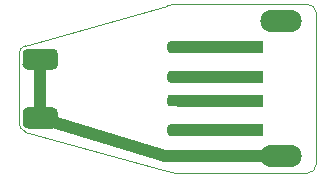
<source format=gtl>
%TF.GenerationSoftware,KiCad,Pcbnew,(6.0.4-0)*%
%TF.CreationDate,2022-06-01T18:17:49+12:00*%
%TF.ProjectId,usba_caddy,75736261-5f63-4616-9464-792e6b696361,rev?*%
%TF.SameCoordinates,PX6bf4b80PY4944400*%
%TF.FileFunction,Copper,L1,Top*%
%TF.FilePolarity,Positive*%
%FSLAX46Y46*%
G04 Gerber Fmt 4.6, Leading zero omitted, Abs format (unit mm)*
G04 Created by KiCad (PCBNEW (6.0.4-0)) date 2022-06-01 18:17:49*
%MOMM*%
%LPD*%
G01*
G04 APERTURE LIST*
%TA.AperFunction,Profile*%
%ADD10C,0.100000*%
%TD*%
%TA.AperFunction,ComponentPad*%
%ADD11O,3.500000X1.900000*%
%TD*%
%TA.AperFunction,SMDPad,CuDef*%
%ADD12R,2.500000X1.100000*%
%TD*%
%TA.AperFunction,Conductor*%
%ADD13C,1.000000*%
%TD*%
G04 APERTURE END LIST*
D10*
X4025005Y14299979D02*
G75*
G03*
X3500000Y13625000I171395J-674979D01*
G01*
X16050000Y17675000D02*
X4025000Y14300000D01*
X16025000Y3650000D02*
X4000000Y7025000D01*
X27900000Y3500000D02*
G75*
G03*
X28650000Y4250000I0J750000D01*
G01*
X16024998Y3649996D02*
G75*
G03*
X16700000Y3500000I675002J1443804D01*
G01*
X28650000Y4250000D02*
X28650000Y17050000D01*
X28650000Y17050000D02*
G75*
G03*
X27900000Y17800000I-750000J0D01*
G01*
X16700000Y3500000D02*
X27900000Y3500000D01*
X3500482Y7724983D02*
G75*
G03*
X4000000Y7025000I704918J-25183D01*
G01*
X3500000Y7725000D02*
X3500000Y13625000D01*
X27900000Y17800000D02*
X16700000Y17800000D01*
X16700000Y17800000D02*
G75*
G03*
X16050000Y17675000I0J-1752500D01*
G01*
%TO.P,WHT,1*%
%TO.N,N/C*%
%TA.AperFunction,SMDPad,CuDef*%
G36*
G01*
X17800000Y11150000D02*
X16300000Y11150000D01*
G75*
G02*
X16050000Y11400000I0J250000D01*
G01*
X16050000Y11900000D01*
G75*
G02*
X16300000Y12150000I250000J0D01*
G01*
X17800000Y12150000D01*
G75*
G02*
X18050000Y11900000I0J-250000D01*
G01*
X18050000Y11400000D01*
G75*
G02*
X17800000Y11150000I-250000J0D01*
G01*
G37*
%TD.AperFunction*%
%TD*%
%TO.P,SHD,1*%
%TO.N,N/C*%
%TA.AperFunction,SMDPad,CuDef*%
G36*
G01*
X17852000Y4426400D02*
X16352000Y4426400D01*
G75*
G02*
X16102000Y4676400I0J250000D01*
G01*
X16102000Y5176400D01*
G75*
G02*
X16352000Y5426400I250000J0D01*
G01*
X17852000Y5426400D01*
G75*
G02*
X18102000Y5176400I0J-250000D01*
G01*
X18102000Y4676400D01*
G75*
G02*
X17852000Y4426400I-250000J0D01*
G01*
G37*
%TD.AperFunction*%
%TD*%
%TO.P,GRN,1*%
%TO.N,N/C*%
%TA.AperFunction,SMDPad,CuDef*%
G36*
G01*
X17800000Y9150000D02*
X16300000Y9150000D01*
G75*
G02*
X16050000Y9400000I0J250000D01*
G01*
X16050000Y9900000D01*
G75*
G02*
X16300000Y10150000I250000J0D01*
G01*
X17800000Y10150000D01*
G75*
G02*
X18050000Y9900000I0J-250000D01*
G01*
X18050000Y9400000D01*
G75*
G02*
X17800000Y9150000I-250000J0D01*
G01*
G37*
%TD.AperFunction*%
%TD*%
%TO.P,BLK,1*%
%TO.N,N/C*%
%TA.AperFunction,SMDPad,CuDef*%
G36*
G01*
X17800000Y6650000D02*
X16300000Y6650000D01*
G75*
G02*
X16050000Y6900000I0J250000D01*
G01*
X16050000Y7400000D01*
G75*
G02*
X16300000Y7650000I250000J0D01*
G01*
X17800000Y7650000D01*
G75*
G02*
X18050000Y7400000I0J-250000D01*
G01*
X18050000Y6900000D01*
G75*
G02*
X17800000Y6650000I-250000J0D01*
G01*
G37*
%TD.AperFunction*%
%TD*%
D11*
%TO.P,USBA_PLUG,5*%
%TO.N,shield*%
X25650000Y16350000D03*
X25650000Y4950000D03*
D12*
%TO.P,USBA_PLUG,4*%
%TO.N,N/C*%
X22900000Y7150000D03*
%TO.P,USBA_PLUG,3*%
X22900000Y9650000D03*
%TO.P,USBA_PLUG,2*%
X22900000Y11650000D03*
%TO.P,USBA_PLUG,1*%
X22900000Y14150000D03*
%TD*%
%TO.P,,1*%
%TO.N,shield*%
%TA.AperFunction,ComponentPad*%
G36*
G01*
X6325000Y12250000D02*
X4225000Y12250000D01*
G75*
G02*
X3775000Y12700000I0J450000D01*
G01*
X3775000Y13600000D01*
G75*
G02*
X4225000Y14050000I450000J0D01*
G01*
X6325000Y14050000D01*
G75*
G02*
X6775000Y13600000I0J-450000D01*
G01*
X6775000Y12700000D01*
G75*
G02*
X6325000Y12250000I-450000J0D01*
G01*
G37*
%TD.AperFunction*%
%TD*%
%TO.P,RED,1*%
%TO.N,N/C*%
%TA.AperFunction,SMDPad,CuDef*%
G36*
G01*
X17800000Y13650000D02*
X16300000Y13650000D01*
G75*
G02*
X16050000Y13900000I0J250000D01*
G01*
X16050000Y14400000D01*
G75*
G02*
X16300000Y14650000I250000J0D01*
G01*
X17800000Y14650000D01*
G75*
G02*
X18050000Y14400000I0J-250000D01*
G01*
X18050000Y13900000D01*
G75*
G02*
X17800000Y13650000I-250000J0D01*
G01*
G37*
%TD.AperFunction*%
%TD*%
%TO.P,,1*%
%TO.N,shield*%
%TA.AperFunction,ComponentPad*%
G36*
G01*
X6324999Y7275000D02*
X4224999Y7275000D01*
G75*
G02*
X3774999Y7725000I0J450000D01*
G01*
X3774999Y8625000D01*
G75*
G02*
X4224999Y9075000I450000J0D01*
G01*
X6324999Y9075000D01*
G75*
G02*
X6774999Y8625000I0J-450000D01*
G01*
X6774999Y7725000D01*
G75*
G02*
X6324999Y7275000I-450000J0D01*
G01*
G37*
%TD.AperFunction*%
%TD*%
D13*
%TO.N,*%
X22900000Y9650000D02*
X17050000Y9650000D01*
X22900000Y11650000D02*
X17050000Y11650000D01*
X22900000Y14150000D02*
X17050000Y14150000D01*
X22900000Y7150000D02*
X17050000Y7150000D01*
%TO.N,shield*%
X17102000Y4926400D02*
X15825000Y4925000D01*
X17102000Y4926400D02*
X25650000Y4926400D01*
X15825000Y4925000D02*
X5274999Y8175000D01*
X5274999Y8175000D02*
X5275000Y13150000D01*
%TD*%
M02*

</source>
